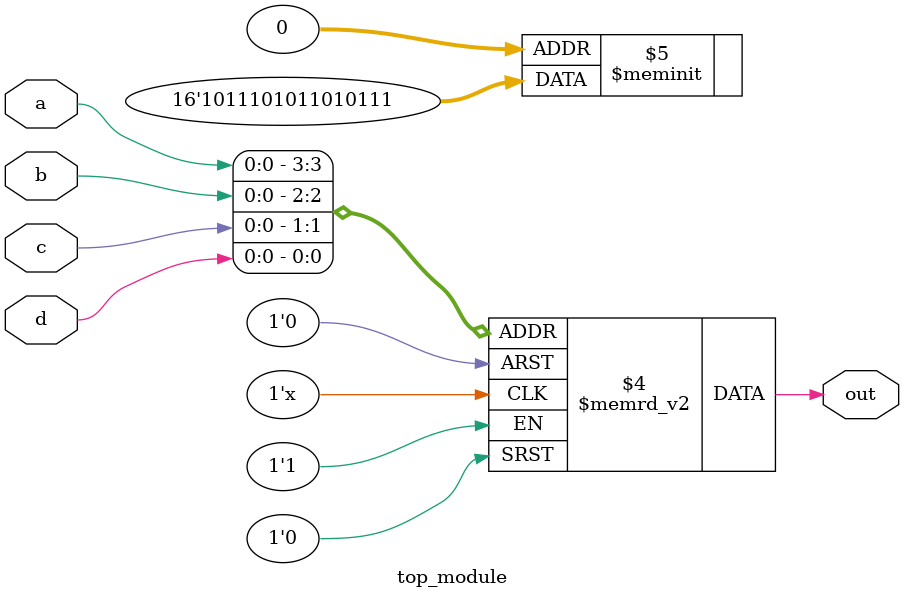
<source format=sv>
module top_module (
    input a, 
    input b,
    input c,
    input d,
    output reg out
);

always @(*) begin
    case ({a, b, c, d})
        4'b0000: out = 1'b1;
        4'b0001: out = 1'b1;
        4'b0010: out = 1'b1;
        4'b0011: out = 1'b0;
        4'b0100: out = 1'b1;
        4'b0101: out = 1'b0;
        4'b0110: out = 1'b1;
        4'b0111: out = 1'b1;
        4'b1000: out = 1'b0;
        4'b1001: out = 1'b1;
        4'b1010: out = 1'b0;
        4'b1011: out = 1'b1;
        4'b1100: out = 1'b1;
        4'b1101: out = 1'b1;
        4'b1110: out = 1'b0;
        4'b1111: out = 1'b1;
    endcase
end

endmodule

</source>
